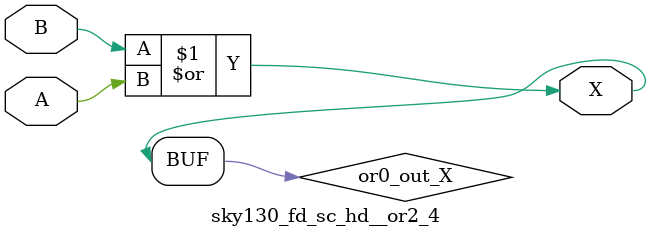
<source format=v>
/*
 * Copyright 2020 The SkyWater PDK Authors
 *
 * Licensed under the Apache License, Version 2.0 (the "License");
 * you may not use this file except in compliance with the License.
 * You may obtain a copy of the License at
 *
 *     https://www.apache.org/licenses/LICENSE-2.0
 *
 * Unless required by applicable law or agreed to in writing, software
 * distributed under the License is distributed on an "AS IS" BASIS,
 * WITHOUT WARRANTIES OR CONDITIONS OF ANY KIND, either express or implied.
 * See the License for the specific language governing permissions and
 * limitations under the License.
 *
 * SPDX-License-Identifier: Apache-2.0
*/


`ifndef SKY130_FD_SC_HD__OR2_4_FUNCTIONAL_V
`define SKY130_FD_SC_HD__OR2_4_FUNCTIONAL_V

/**
 * or2: 2-input OR.
 *
 * Verilog simulation functional model.
 */

`timescale 1ns / 1ps
`default_nettype none

`celldefine
module sky130_fd_sc_hd__or2_4 (
    X,
    A,
    B
);

    // Module ports
    output X;
    input  A;
    input  B;

    // Local signals
    wire or0_out_X;

    //  Name  Output     Other arguments
    or  or0  (or0_out_X, B, A           );
    buf buf0 (X        , or0_out_X      );

endmodule
`endcelldefine

`default_nettype wire
`endif  // SKY130_FD_SC_HD__OR2_4_FUNCTIONAL_V

</source>
